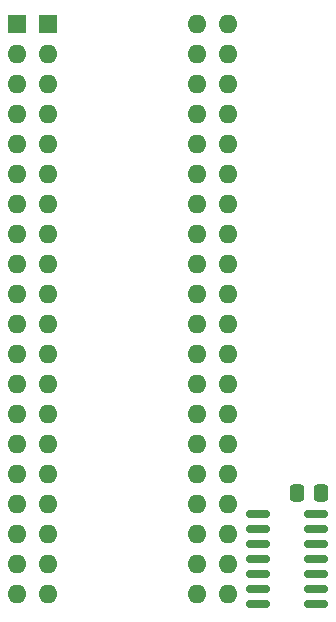
<source format=gbr>
%TF.GenerationSoftware,KiCad,Pcbnew,7.0.2-0*%
%TF.CreationDate,2024-12-31T08:54:24-08:00*%
%TF.ProjectId,rev2_x_ay_interposer,72657632-5f78-45f6-9179-5f696e746572,1.0*%
%TF.SameCoordinates,Original*%
%TF.FileFunction,Soldermask,Top*%
%TF.FilePolarity,Negative*%
%FSLAX46Y46*%
G04 Gerber Fmt 4.6, Leading zero omitted, Abs format (unit mm)*
G04 Created by KiCad (PCBNEW 7.0.2-0) date 2024-12-31 08:54:24*
%MOMM*%
%LPD*%
G01*
G04 APERTURE LIST*
G04 Aperture macros list*
%AMRoundRect*
0 Rectangle with rounded corners*
0 $1 Rounding radius*
0 $2 $3 $4 $5 $6 $7 $8 $9 X,Y pos of 4 corners*
0 Add a 4 corners polygon primitive as box body*
4,1,4,$2,$3,$4,$5,$6,$7,$8,$9,$2,$3,0*
0 Add four circle primitives for the rounded corners*
1,1,$1+$1,$2,$3*
1,1,$1+$1,$4,$5*
1,1,$1+$1,$6,$7*
1,1,$1+$1,$8,$9*
0 Add four rect primitives between the rounded corners*
20,1,$1+$1,$2,$3,$4,$5,0*
20,1,$1+$1,$4,$5,$6,$7,0*
20,1,$1+$1,$6,$7,$8,$9,0*
20,1,$1+$1,$8,$9,$2,$3,0*%
G04 Aperture macros list end*
%ADD10R,1.600000X1.600000*%
%ADD11O,1.600000X1.600000*%
%ADD12RoundRect,0.250000X0.337500X0.475000X-0.337500X0.475000X-0.337500X-0.475000X0.337500X-0.475000X0*%
%ADD13RoundRect,0.150000X-0.825000X-0.150000X0.825000X-0.150000X0.825000X0.150000X-0.825000X0.150000X0*%
G04 APERTURE END LIST*
D10*
%TO.C,U101*%
X139446000Y-39826400D03*
D11*
X139446000Y-42366400D03*
X139446000Y-44906400D03*
X139446000Y-47446400D03*
X139446000Y-49986400D03*
X139446000Y-52526400D03*
X139446000Y-55066400D03*
X139446000Y-57606400D03*
X139446000Y-60146400D03*
X139446000Y-62686400D03*
X139446000Y-65226400D03*
X139446000Y-67766400D03*
X139446000Y-70306400D03*
X139446000Y-72846400D03*
X139446000Y-75386400D03*
X139446000Y-77926400D03*
X139446000Y-80466400D03*
X139446000Y-83006400D03*
X139446000Y-85546400D03*
X139446000Y-88086400D03*
X154686000Y-88086400D03*
X154686000Y-85546400D03*
X154686000Y-83006400D03*
X154686000Y-80466400D03*
X154686000Y-77926400D03*
X154686000Y-75386400D03*
X154686000Y-72846400D03*
X154686000Y-70306400D03*
X154686000Y-67766400D03*
X154686000Y-65226400D03*
X154686000Y-62686400D03*
X154686000Y-60146400D03*
X154686000Y-57606400D03*
X154686000Y-55066400D03*
X154686000Y-52526400D03*
X154686000Y-49986400D03*
X154686000Y-47446400D03*
X154686000Y-44906400D03*
X154686000Y-42366400D03*
X154686000Y-39826400D03*
%TD*%
D12*
%TO.C,C101*%
X162581500Y-79502000D03*
X160506500Y-79502000D03*
%TD*%
D10*
%TO.C,U102*%
X136878200Y-39826400D03*
D11*
X136878200Y-42366400D03*
X136878200Y-44906400D03*
X136878200Y-47446400D03*
X136878200Y-49986400D03*
X136878200Y-52526400D03*
X136878200Y-55066400D03*
X136878200Y-57606400D03*
X136878200Y-60146400D03*
X136878200Y-62686400D03*
X136878200Y-65226400D03*
X136878200Y-67766400D03*
X136878200Y-70306400D03*
X136878200Y-72846400D03*
X136878200Y-75386400D03*
X136878200Y-77926400D03*
X136878200Y-80466400D03*
X136878200Y-83006400D03*
X136878200Y-85546400D03*
X136878200Y-88086400D03*
X152118200Y-88086400D03*
X152118200Y-85546400D03*
X152118200Y-83006400D03*
X152118200Y-80466400D03*
X152118200Y-77926400D03*
X152118200Y-75386400D03*
X152118200Y-72846400D03*
X152118200Y-70306400D03*
X152118200Y-67766400D03*
X152118200Y-65226400D03*
X152118200Y-62686400D03*
X152118200Y-60146400D03*
X152118200Y-57606400D03*
X152118200Y-55066400D03*
X152118200Y-52526400D03*
X152118200Y-49986400D03*
X152118200Y-47446400D03*
X152118200Y-44906400D03*
X152118200Y-42366400D03*
X152118200Y-39826400D03*
%TD*%
D13*
%TO.C,U103*%
X157226000Y-81280000D03*
X157226000Y-82550000D03*
X157226000Y-83820000D03*
X157226000Y-85090000D03*
X157226000Y-86360000D03*
X157226000Y-87630000D03*
X157226000Y-88900000D03*
X162176000Y-88900000D03*
X162176000Y-87630000D03*
X162176000Y-86360000D03*
X162176000Y-85090000D03*
X162176000Y-83820000D03*
X162176000Y-82550000D03*
X162176000Y-81280000D03*
%TD*%
M02*

</source>
